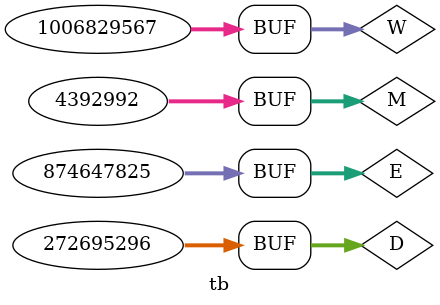
<source format=v>
module tb (
);
    //接线
    reg [31:0]D,E,M,W;
    wire enPC,enID,enEX,enMEM,enWB;
    wire resetID,resetEX,resetMEM,resetWB;
    wire D_CMP_RsChoose,D_CMP_RtChoose,D_NPC_Rschoose;
    wire E_ALU_AChoose,E_ALU_BChoose;
    wire  M_DM_WDChoose;
    ForwardHazard uut(
        .D(D),
        .E(E),
        .M(M),
        .W(W),

        .enPC(enPC),
        .enID(enID),
        .enEX(enEX),
        .enMEM(enMEM),
        .enWB(enWB),

        .resetID(resetID),
        .resetEX(resetEX),
        .resetMEM(resetMEM),
        .resetWB(resetWB),

        .D_CMP_RsChoose(D_CMP_RsChoose), 
        .D_CMP_RtChoose(D_CMP_RtChoose),
        .D_NPC_Rschoose(D_NPC_RsChoose),

        .E_ALU_AChoose(E_ALU_AChoose),
        .E_ALU_BChoose(E_ALU_BChoose),

        .M_DM_WDChoose(M_DM_WDChoose)
    );
    //生成文件
    initial begin
        $dumpfile("reference.vcd");
        $dumpvars;
    end
    //初始化
    initial begin
        W=32'h3c02ffff;
        M=32'h00430820;
        E=32'h34221111;
        D=32'h10410000;
    end
    // //时钟
    // always #1 clk=~clk;
    //控制输入

endmodule




</source>
